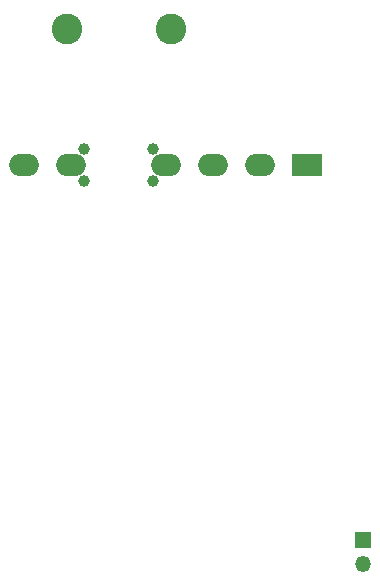
<source format=gbs>
%TF.GenerationSoftware,KiCad,Pcbnew,6.0.9-8da3e8f707~117~ubuntu20.04.1*%
%TF.CreationDate,2022-12-20T10:53:49+01:00*%
%TF.ProjectId,220AC-mini-C3-board,32323041-432d-46d6-996e-692d43332d62,rev?*%
%TF.SameCoordinates,Original*%
%TF.FileFunction,Soldermask,Bot*%
%TF.FilePolarity,Negative*%
%FSLAX46Y46*%
G04 Gerber Fmt 4.6, Leading zero omitted, Abs format (unit mm)*
G04 Created by KiCad (PCBNEW 6.0.9-8da3e8f707~117~ubuntu20.04.1) date 2022-12-20 10:53:49*
%MOMM*%
%LPD*%
G01*
G04 APERTURE LIST*
%ADD10C,2.600000*%
%ADD11O,2.514600X1.905000*%
%ADD12R,2.514600X1.905000*%
%ADD13C,0.990600*%
%ADD14R,1.350000X1.350000*%
%ADD15O,1.350000X1.350000*%
G04 APERTURE END LIST*
D10*
%TO.C,J1*%
X131150000Y-60050000D03*
%TD*%
D11*
%TO.C,U1*%
X127500002Y-71550000D03*
X131500001Y-71550000D03*
X139500000Y-71550000D03*
X143500000Y-71550000D03*
X147500000Y-71550000D03*
D12*
X151499999Y-71550000D03*
D13*
X138400000Y-72921600D03*
X138400000Y-70178400D03*
X132600000Y-70178400D03*
X132600000Y-72921600D03*
%TD*%
D14*
%TO.C,J3*%
X156200000Y-103350000D03*
D15*
X156200000Y-105350000D03*
%TD*%
D10*
%TO.C,J2*%
X139950000Y-60050000D03*
%TD*%
M02*

</source>
